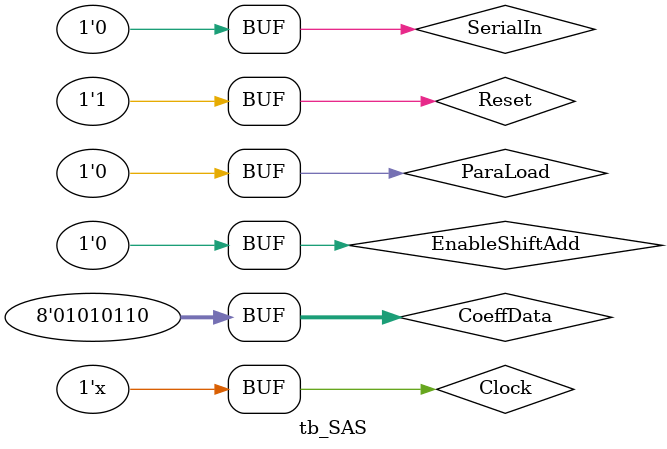
<source format=v>
`timescale 1ns/1ns
 module tb_SAS;
 
 reg Clock, Reset;
 reg ParaLoad, SerialIn, EnableShiftAdd;
 reg [7:0] CoeffData;
 wire [7:0] ParallelOut;
 wire [7:0] ShiftRegA, ShiftRegB;
 
 ADD_SEQ ADD_SEQ_U1 (.Clock(Clock), .Reset(Reset), .ParaLoad(ParaLoad), .CoeffData(CoeffData), .SerialIn(SerialIn), .EnableShiftAdd(EnableShiftAdd), .ShiftRegA(ShiftRegA), .ShiftRegB(ShiftRegB), .ParallelOut(ParallelOut));
 initial
 Clock=1'b0;
 always
 #50 Clock=~Clock;
 
 initial begin
 Reset=1'b1; ParaLoad=1'b0; EnableShiftAdd=1'b0; SerialIn=1'b0; CoeffData=8'b01010110;
 #100 Reset=1'b0;
 #100 Reset=1'b1; ParaLoad=1'b1;
 #100 ParaLoad=1'b0; EnableShiftAdd=1'b1; SerialIn=1'b1;
 #100 SerialIn=1'b0;
 #100 SerialIn=1'b1;
 #200 SerialIn=1'b0;
 #200 SerialIn=1'b1;
 #100 SerialIn=1'b0;
 #100 EnableShiftAdd=1'b0;
 
 end
 endmodule

</source>
